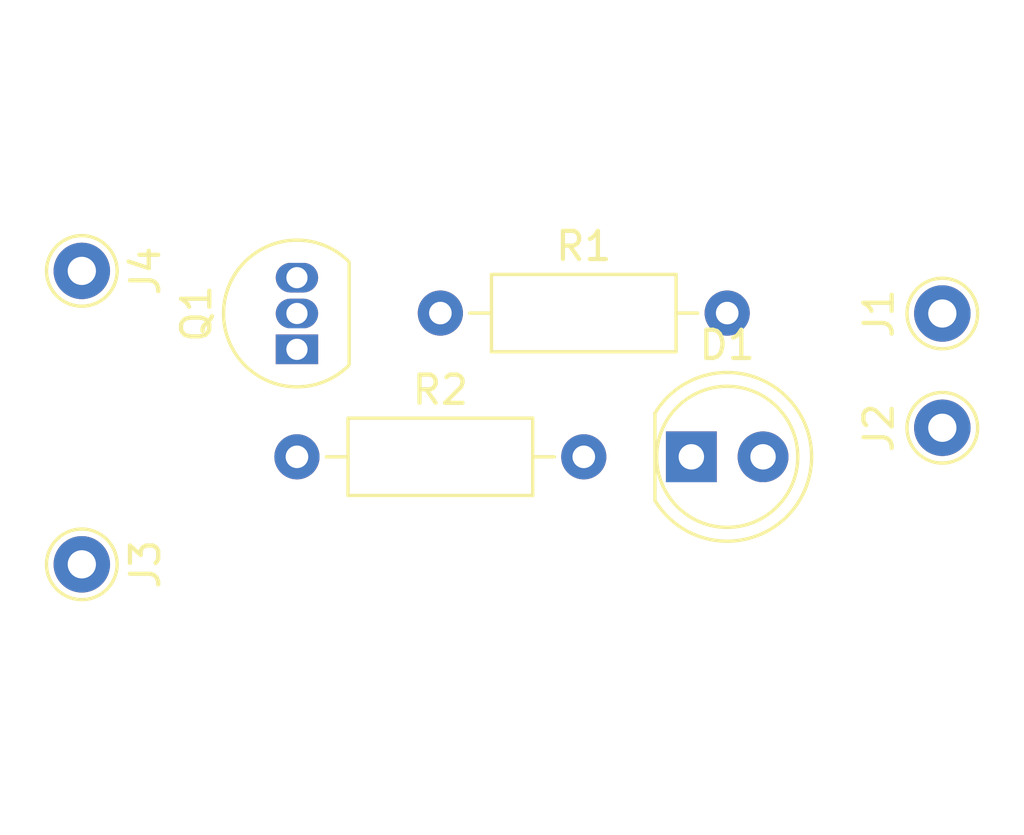
<source format=kicad_pcb>
(kicad_pcb (version 20171130) (host pcbnew 5.1.10-88a1d61d58~90~ubuntu20.04.1)

  (general
    (thickness 1.6)
    (drawings 0)
    (tracks 0)
    (zones 0)
    (modules 8)
    (nets 7)
  )

  (page A4)
  (layers
    (0 F.Cu signal)
    (31 B.Cu signal)
    (32 B.Adhes user)
    (33 F.Adhes user)
    (34 B.Paste user)
    (35 F.Paste user)
    (36 B.SilkS user)
    (37 F.SilkS user)
    (38 B.Mask user)
    (39 F.Mask user)
    (40 Dwgs.User user)
    (41 Cmts.User user)
    (42 Eco1.User user)
    (43 Eco2.User user)
    (44 Edge.Cuts user)
    (45 Margin user)
    (46 B.CrtYd user)
    (47 F.CrtYd user)
    (48 B.Fab user)
    (49 F.Fab user)
  )

  (setup
    (last_trace_width 0.25)
    (trace_clearance 0.2)
    (zone_clearance 0.508)
    (zone_45_only no)
    (trace_min 0.2)
    (via_size 0.8)
    (via_drill 0.4)
    (via_min_size 0.4)
    (via_min_drill 0.3)
    (uvia_size 0.3)
    (uvia_drill 0.1)
    (uvias_allowed no)
    (uvia_min_size 0.2)
    (uvia_min_drill 0.1)
    (edge_width 0.05)
    (segment_width 0.2)
    (pcb_text_width 0.3)
    (pcb_text_size 1.5 1.5)
    (mod_edge_width 0.12)
    (mod_text_size 1 1)
    (mod_text_width 0.15)
    (pad_size 1.524 1.524)
    (pad_drill 0.762)
    (pad_to_mask_clearance 0)
    (aux_axis_origin 0 0)
    (visible_elements FFFFFF7F)
    (pcbplotparams
      (layerselection 0x010fc_ffffffff)
      (usegerberextensions false)
      (usegerberattributes true)
      (usegerberadvancedattributes true)
      (creategerberjobfile true)
      (excludeedgelayer true)
      (linewidth 0.100000)
      (plotframeref false)
      (viasonmask false)
      (mode 1)
      (useauxorigin false)
      (hpglpennumber 1)
      (hpglpenspeed 20)
      (hpglpendiameter 15.000000)
      (psnegative false)
      (psa4output false)
      (plotreference true)
      (plotvalue true)
      (plotinvisibletext false)
      (padsonsilk false)
      (subtractmaskfromsilk false)
      (outputformat 1)
      (mirror false)
      (drillshape 1)
      (scaleselection 1)
      (outputdirectory ""))
  )

  (net 0 "")
  (net 1 "Net-(Q1-Pad2)")
  (net 2 GND)
  (net 3 "Net-(Q1-Pad1)")
  (net 4 +3V0)
  (net 5 "Net-(D1-Pad1)")
  (net 6 "Net-(J1-Pad1)")

  (net_class Default "This is the default net class."
    (clearance 0.2)
    (trace_width 0.25)
    (via_dia 0.8)
    (via_drill 0.4)
    (uvia_dia 0.3)
    (uvia_drill 0.1)
    (add_net +3V0)
    (add_net GND)
    (add_net "Net-(D1-Pad1)")
    (add_net "Net-(J1-Pad1)")
    (add_net "Net-(Q1-Pad1)")
    (add_net "Net-(Q1-Pad2)")
  )

  (module Connector_Pin:Pin_D1.0mm_L10.0mm (layer F.Cu) (tedit 5A1DC084) (tstamp 613A559E)
    (at 82.55 -56.12 90)
    (descr "solder Pin_ diameter 1.0mm, hole diameter 1.0mm (press fit), length 10.0mm")
    (tags "solder Pin_ press fit")
    (path /613B64B4)
    (fp_text reference J4 (at 0 2.25 90) (layer F.SilkS)
      (effects (font (size 1 1) (thickness 0.15)))
    )
    (fp_text value Conn_01x01_MountingPin (at 0 -2.05 90) (layer F.Fab)
      (effects (font (size 1 1) (thickness 0.15)))
    )
    (fp_text user %R (at 0 2.25 90) (layer F.Fab)
      (effects (font (size 1 1) (thickness 0.15)))
    )
    (fp_circle (center 0 0) (end 1.5 0) (layer F.CrtYd) (width 0.05))
    (fp_circle (center 0 0) (end 0.5 0) (layer F.Fab) (width 0.12))
    (fp_circle (center 0 0) (end 1 0) (layer F.Fab) (width 0.12))
    (fp_circle (center 0 0) (end 1.25 0.05) (layer F.SilkS) (width 0.12))
    (pad 1 thru_hole circle (at 0 0 90) (size 2 2) (drill 1) (layers *.Cu *.Mask)
      (net 2 GND))
    (model ${KISYS3DMOD}/Connector_Pin.3dshapes/Pin_D1.0mm_L10.0mm.wrl
      (at (xyz 0 0 0))
      (scale (xyz 1 1 1))
      (rotate (xyz 0 0 0))
    )
  )

  (module Connector_Pin:Pin_D1.0mm_L10.0mm (layer F.Cu) (tedit 5A1DC084) (tstamp 613A5594)
    (at 82.55 -45.72 90)
    (descr "solder Pin_ diameter 1.0mm, hole diameter 1.0mm (press fit), length 10.0mm")
    (tags "solder Pin_ press fit")
    (path /613B58E8)
    (fp_text reference J3 (at 0 2.25 90) (layer F.SilkS)
      (effects (font (size 1 1) (thickness 0.15)))
    )
    (fp_text value Conn_01x01_MountingPin (at 0 -2.05 90) (layer F.Fab)
      (effects (font (size 1 1) (thickness 0.15)))
    )
    (fp_text user %R (at 0 2.25 90) (layer F.Fab)
      (effects (font (size 1 1) (thickness 0.15)))
    )
    (fp_circle (center 0 0) (end 1.5 0) (layer F.CrtYd) (width 0.05))
    (fp_circle (center 0 0) (end 0.5 0) (layer F.Fab) (width 0.12))
    (fp_circle (center 0 0) (end 1 0) (layer F.Fab) (width 0.12))
    (fp_circle (center 0 0) (end 1.25 0.05) (layer F.SilkS) (width 0.12))
    (pad 1 thru_hole circle (at 0 0 90) (size 2 2) (drill 1) (layers *.Cu *.Mask)
      (net 4 +3V0))
    (model ${KISYS3DMOD}/Connector_Pin.3dshapes/Pin_D1.0mm_L10.0mm.wrl
      (at (xyz 0 0 0))
      (scale (xyz 1 1 1))
      (rotate (xyz 0 0 0))
    )
  )

  (module Connector_Pin:Pin_D1.0mm_L10.0mm (layer F.Cu) (tedit 5A1DC084) (tstamp 613A53AE)
    (at 113.03 -50.56 270)
    (descr "solder Pin_ diameter 1.0mm, hole diameter 1.0mm (press fit), length 10.0mm")
    (tags "solder Pin_ press fit")
    (path /613ACA29)
    (fp_text reference J2 (at 0 2.25 90) (layer F.SilkS)
      (effects (font (size 1 1) (thickness 0.15)))
    )
    (fp_text value Conn_01x01_MountingPin (at 0 -2.05 90) (layer F.Fab)
      (effects (font (size 1 1) (thickness 0.15)))
    )
    (fp_text user %R (at 0 2.25 90) (layer F.Fab)
      (effects (font (size 1 1) (thickness 0.15)))
    )
    (fp_circle (center 0 0) (end 1.5 0) (layer F.CrtYd) (width 0.05))
    (fp_circle (center 0 0) (end 0.5 0) (layer F.Fab) (width 0.12))
    (fp_circle (center 0 0) (end 1 0) (layer F.Fab) (width 0.12))
    (fp_circle (center 0 0) (end 1.25 0.05) (layer F.SilkS) (width 0.12))
    (pad 1 thru_hole circle (at 0 0 270) (size 2 2) (drill 1) (layers *.Cu *.Mask)
      (net 4 +3V0))
    (model ${KISYS3DMOD}/Connector_Pin.3dshapes/Pin_D1.0mm_L10.0mm.wrl
      (at (xyz 0 0 0))
      (scale (xyz 1 1 1))
      (rotate (xyz 0 0 0))
    )
  )

  (module Connector_Pin:Pin_D1.0mm_L10.0mm (layer F.Cu) (tedit 5A1DC084) (tstamp 613A53A4)
    (at 113.03 -54.61 270)
    (descr "solder Pin_ diameter 1.0mm, hole diameter 1.0mm (press fit), length 10.0mm")
    (tags "solder Pin_ press fit")
    (path /613A8284)
    (fp_text reference J1 (at 0 2.25 90) (layer F.SilkS)
      (effects (font (size 1 1) (thickness 0.15)))
    )
    (fp_text value Conn_01x01_MountingPin (at 0 -2.05 90) (layer F.Fab)
      (effects (font (size 1 1) (thickness 0.15)))
    )
    (fp_text user %R (at 0 2.25 90) (layer F.Fab)
      (effects (font (size 1 1) (thickness 0.15)))
    )
    (fp_circle (center 0 0) (end 1.5 0) (layer F.CrtYd) (width 0.05))
    (fp_circle (center 0 0) (end 0.5 0) (layer F.Fab) (width 0.12))
    (fp_circle (center 0 0) (end 1 0) (layer F.Fab) (width 0.12))
    (fp_circle (center 0 0) (end 1.25 0.05) (layer F.SilkS) (width 0.12))
    (pad 1 thru_hole circle (at 0 0 270) (size 2 2) (drill 1) (layers *.Cu *.Mask)
      (net 6 "Net-(J1-Pad1)"))
    (model ${KISYS3DMOD}/Connector_Pin.3dshapes/Pin_D1.0mm_L10.0mm.wrl
      (at (xyz 0 0 0))
      (scale (xyz 1 1 1))
      (rotate (xyz 0 0 0))
    )
  )

  (module Resistor_THT:R_Axial_DIN0207_L6.3mm_D2.5mm_P10.16mm_Horizontal (layer F.Cu) (tedit 5AE5139B) (tstamp 613A48F1)
    (at 90.17 -49.53)
    (descr "Resistor, Axial_DIN0207 series, Axial, Horizontal, pin pitch=10.16mm, 0.25W = 1/4W, length*diameter=6.3*2.5mm^2, http://cdn-reichelt.de/documents/datenblatt/B400/1_4W%23YAG.pdf")
    (tags "Resistor Axial_DIN0207 series Axial Horizontal pin pitch 10.16mm 0.25W = 1/4W length 6.3mm diameter 2.5mm")
    (path /61270D9B)
    (fp_text reference R2 (at 5.08 -2.37) (layer F.SilkS)
      (effects (font (size 1 1) (thickness 0.15)))
    )
    (fp_text value R (at 5.08 2.37) (layer F.Fab)
      (effects (font (size 1 1) (thickness 0.15)))
    )
    (fp_text user %R (at 4.874999 0.314999) (layer F.Fab)
      (effects (font (size 1 1) (thickness 0.15)))
    )
    (fp_line (start 1.93 -1.25) (end 1.93 1.25) (layer F.Fab) (width 0.1))
    (fp_line (start 1.93 1.25) (end 8.23 1.25) (layer F.Fab) (width 0.1))
    (fp_line (start 8.23 1.25) (end 8.23 -1.25) (layer F.Fab) (width 0.1))
    (fp_line (start 8.23 -1.25) (end 1.93 -1.25) (layer F.Fab) (width 0.1))
    (fp_line (start 0 0) (end 1.93 0) (layer F.Fab) (width 0.1))
    (fp_line (start 10.16 0) (end 8.23 0) (layer F.Fab) (width 0.1))
    (fp_line (start 1.81 -1.37) (end 1.81 1.37) (layer F.SilkS) (width 0.12))
    (fp_line (start 1.81 1.37) (end 8.35 1.37) (layer F.SilkS) (width 0.12))
    (fp_line (start 8.35 1.37) (end 8.35 -1.37) (layer F.SilkS) (width 0.12))
    (fp_line (start 8.35 -1.37) (end 1.81 -1.37) (layer F.SilkS) (width 0.12))
    (fp_line (start 1.04 0) (end 1.81 0) (layer F.SilkS) (width 0.12))
    (fp_line (start 9.12 0) (end 8.35 0) (layer F.SilkS) (width 0.12))
    (fp_line (start -1.05 -1.5) (end -1.05 1.5) (layer F.CrtYd) (width 0.05))
    (fp_line (start -1.05 1.5) (end 11.21 1.5) (layer F.CrtYd) (width 0.05))
    (fp_line (start 11.21 1.5) (end 11.21 -1.5) (layer F.CrtYd) (width 0.05))
    (fp_line (start 11.21 -1.5) (end -1.05 -1.5) (layer F.CrtYd) (width 0.05))
    (pad 2 thru_hole oval (at 10.16 0) (size 1.6 1.6) (drill 0.8) (layers *.Cu *.Mask)
      (net 5 "Net-(D1-Pad1)"))
    (pad 1 thru_hole circle (at 0 0) (size 1.6 1.6) (drill 0.8) (layers *.Cu *.Mask)
      (net 3 "Net-(Q1-Pad1)"))
    (model ${KISYS3DMOD}/Resistor_THT.3dshapes/R_Axial_DIN0207_L6.3mm_D2.5mm_P10.16mm_Horizontal.wrl
      (at (xyz 0 0 0))
      (scale (xyz 1 1 1))
      (rotate (xyz 0 0 0))
    )
  )

  (module Resistor_THT:R_Axial_DIN0207_L6.3mm_D2.5mm_P10.16mm_Horizontal (layer F.Cu) (tedit 5AE5139B) (tstamp 613A48DA)
    (at 95.25 -54.624999)
    (descr "Resistor, Axial_DIN0207 series, Axial, Horizontal, pin pitch=10.16mm, 0.25W = 1/4W, length*diameter=6.3*2.5mm^2, http://cdn-reichelt.de/documents/datenblatt/B400/1_4W%23YAG.pdf")
    (tags "Resistor Axial_DIN0207 series Axial Horizontal pin pitch 10.16mm 0.25W = 1/4W length 6.3mm diameter 2.5mm")
    (path /6127AA25)
    (fp_text reference R1 (at 5.08 -2.37) (layer F.SilkS)
      (effects (font (size 1 1) (thickness 0.15)))
    )
    (fp_text value R (at 5.08 2.37) (layer F.Fab)
      (effects (font (size 1 1) (thickness 0.15)))
    )
    (fp_text user %R (at 5.08 0) (layer F.Fab)
      (effects (font (size 1 1) (thickness 0.15)))
    )
    (fp_line (start 1.93 -1.25) (end 1.93 1.25) (layer F.Fab) (width 0.1))
    (fp_line (start 1.93 1.25) (end 8.23 1.25) (layer F.Fab) (width 0.1))
    (fp_line (start 8.23 1.25) (end 8.23 -1.25) (layer F.Fab) (width 0.1))
    (fp_line (start 8.23 -1.25) (end 1.93 -1.25) (layer F.Fab) (width 0.1))
    (fp_line (start 0 0) (end 1.93 0) (layer F.Fab) (width 0.1))
    (fp_line (start 10.16 0) (end 8.23 0) (layer F.Fab) (width 0.1))
    (fp_line (start 1.81 -1.37) (end 1.81 1.37) (layer F.SilkS) (width 0.12))
    (fp_line (start 1.81 1.37) (end 8.35 1.37) (layer F.SilkS) (width 0.12))
    (fp_line (start 8.35 1.37) (end 8.35 -1.37) (layer F.SilkS) (width 0.12))
    (fp_line (start 8.35 -1.37) (end 1.81 -1.37) (layer F.SilkS) (width 0.12))
    (fp_line (start 1.04 0) (end 1.81 0) (layer F.SilkS) (width 0.12))
    (fp_line (start 9.12 0) (end 8.35 0) (layer F.SilkS) (width 0.12))
    (fp_line (start -1.05 -1.5) (end -1.05 1.5) (layer F.CrtYd) (width 0.05))
    (fp_line (start -1.05 1.5) (end 11.21 1.5) (layer F.CrtYd) (width 0.05))
    (fp_line (start 11.21 1.5) (end 11.21 -1.5) (layer F.CrtYd) (width 0.05))
    (fp_line (start 11.21 -1.5) (end -1.05 -1.5) (layer F.CrtYd) (width 0.05))
    (pad 2 thru_hole oval (at 10.16 0) (size 1.6 1.6) (drill 0.8) (layers *.Cu *.Mask)
      (net 6 "Net-(J1-Pad1)"))
    (pad 1 thru_hole circle (at 0 0) (size 1.6 1.6) (drill 0.8) (layers *.Cu *.Mask)
      (net 1 "Net-(Q1-Pad2)"))
    (model ${KISYS3DMOD}/Resistor_THT.3dshapes/R_Axial_DIN0207_L6.3mm_D2.5mm_P10.16mm_Horizontal.wrl
      (at (xyz 0 0 0))
      (scale (xyz 1 1 1))
      (rotate (xyz 0 0 0))
    )
  )

  (module LED_THT:LED_D5.0mm (layer F.Cu) (tedit 5995936A) (tstamp 613A48A1)
    (at 104.14 -49.53)
    (descr "LED, diameter 5.0mm, 2 pins, http://cdn-reichelt.de/documents/datenblatt/A500/LL-504BC2E-009.pdf")
    (tags "LED diameter 5.0mm 2 pins")
    (path /61271D4C)
    (fp_text reference D1 (at 1.27 -3.96) (layer F.SilkS)
      (effects (font (size 1 1) (thickness 0.15)))
    )
    (fp_text value LED (at 1.27 3.96) (layer F.Fab)
      (effects (font (size 1 1) (thickness 0.15)))
    )
    (fp_text user %R (at 1.25 0) (layer F.Fab)
      (effects (font (size 0.8 0.8) (thickness 0.2)))
    )
    (fp_arc (start 1.27 0) (end -1.29 1.54483) (angle -148.9) (layer F.SilkS) (width 0.12))
    (fp_arc (start 1.27 0) (end -1.29 -1.54483) (angle 148.9) (layer F.SilkS) (width 0.12))
    (fp_arc (start 1.27 0) (end -1.23 -1.469694) (angle 299.1) (layer F.Fab) (width 0.1))
    (fp_circle (center 1.27 0) (end 3.77 0) (layer F.Fab) (width 0.1))
    (fp_circle (center 1.27 0) (end 3.77 0) (layer F.SilkS) (width 0.12))
    (fp_line (start -1.23 -1.469694) (end -1.23 1.469694) (layer F.Fab) (width 0.1))
    (fp_line (start -1.29 -1.545) (end -1.29 1.545) (layer F.SilkS) (width 0.12))
    (fp_line (start -1.95 -3.25) (end -1.95 3.25) (layer F.CrtYd) (width 0.05))
    (fp_line (start -1.95 3.25) (end 4.5 3.25) (layer F.CrtYd) (width 0.05))
    (fp_line (start 4.5 3.25) (end 4.5 -3.25) (layer F.CrtYd) (width 0.05))
    (fp_line (start 4.5 -3.25) (end -1.95 -3.25) (layer F.CrtYd) (width 0.05))
    (pad 2 thru_hole circle (at 2.54 0) (size 1.8 1.8) (drill 0.9) (layers *.Cu *.Mask)
      (net 4 +3V0))
    (pad 1 thru_hole rect (at 0 0) (size 1.8 1.8) (drill 0.9) (layers *.Cu *.Mask)
      (net 5 "Net-(D1-Pad1)"))
    (model ${KISYS3DMOD}/LED_THT.3dshapes/LED_D5.0mm.wrl
      (at (xyz 0 0 0))
      (scale (xyz 1 1 1))
      (rotate (xyz 0 0 0))
    )
  )

  (module Package_TO_SOT_THT:TO-92_Inline (layer F.Cu) (tedit 5A1DD157) (tstamp 613925E4)
    (at 90.17 -53.34 90)
    (descr "TO-92 leads in-line, narrow, oval pads, drill 0.75mm (see NXP sot054_po.pdf)")
    (tags "to-92 sc-43 sc-43a sot54 PA33 transistor")
    (path /61270029)
    (fp_text reference Q1 (at 1.27 -3.56 90) (layer F.SilkS)
      (effects (font (size 1 1) (thickness 0.15)))
    )
    (fp_text value BC549 (at 1.27 2.79 90) (layer F.Fab)
      (effects (font (size 1 1) (thickness 0.15)))
    )
    (fp_line (start -0.53 1.85) (end 3.07 1.85) (layer F.SilkS) (width 0.12))
    (fp_line (start -0.5 1.75) (end 3 1.75) (layer F.Fab) (width 0.1))
    (fp_line (start -1.46 -2.73) (end 4 -2.73) (layer F.CrtYd) (width 0.05))
    (fp_line (start -1.46 -2.73) (end -1.46 2.01) (layer F.CrtYd) (width 0.05))
    (fp_line (start 4 2.01) (end 4 -2.73) (layer F.CrtYd) (width 0.05))
    (fp_line (start 4 2.01) (end -1.46 2.01) (layer F.CrtYd) (width 0.05))
    (fp_text user %R (at 1.27 0 90) (layer F.Fab)
      (effects (font (size 1 1) (thickness 0.15)))
    )
    (fp_arc (start 1.27 0) (end 1.27 -2.48) (angle 135) (layer F.Fab) (width 0.1))
    (fp_arc (start 1.27 0) (end 1.27 -2.6) (angle -135) (layer F.SilkS) (width 0.12))
    (fp_arc (start 1.27 0) (end 1.27 -2.48) (angle -135) (layer F.Fab) (width 0.1))
    (fp_arc (start 1.27 0) (end 1.27 -2.6) (angle 135) (layer F.SilkS) (width 0.12))
    (pad 2 thru_hole oval (at 1.27 0 90) (size 1.05 1.5) (drill 0.75) (layers *.Cu *.Mask)
      (net 1 "Net-(Q1-Pad2)"))
    (pad 3 thru_hole oval (at 2.54 0 90) (size 1.05 1.5) (drill 0.75) (layers *.Cu *.Mask)
      (net 2 GND))
    (pad 1 thru_hole rect (at 0 0 90) (size 1.05 1.5) (drill 0.75) (layers *.Cu *.Mask)
      (net 3 "Net-(Q1-Pad1)"))
    (model ${KISYS3DMOD}/Package_TO_SOT_THT.3dshapes/TO-92_Inline.wrl
      (at (xyz 0 0 0))
      (scale (xyz 1 1 1))
      (rotate (xyz 0 0 0))
    )
  )

)

</source>
